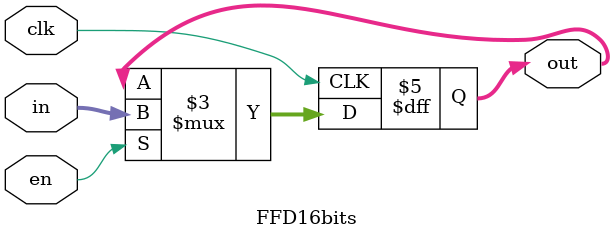
<source format=v>
module FFD16bits(in,en,clk,out);
input [15:0] in; // Data input 
input clk,en; // clock input 
output [15:0] out; // output Q 
reg [15:0] out;
always @(posedge clk) begin
	if(en) begin
		out = in;
	end	
end 
endmodule 
</source>
